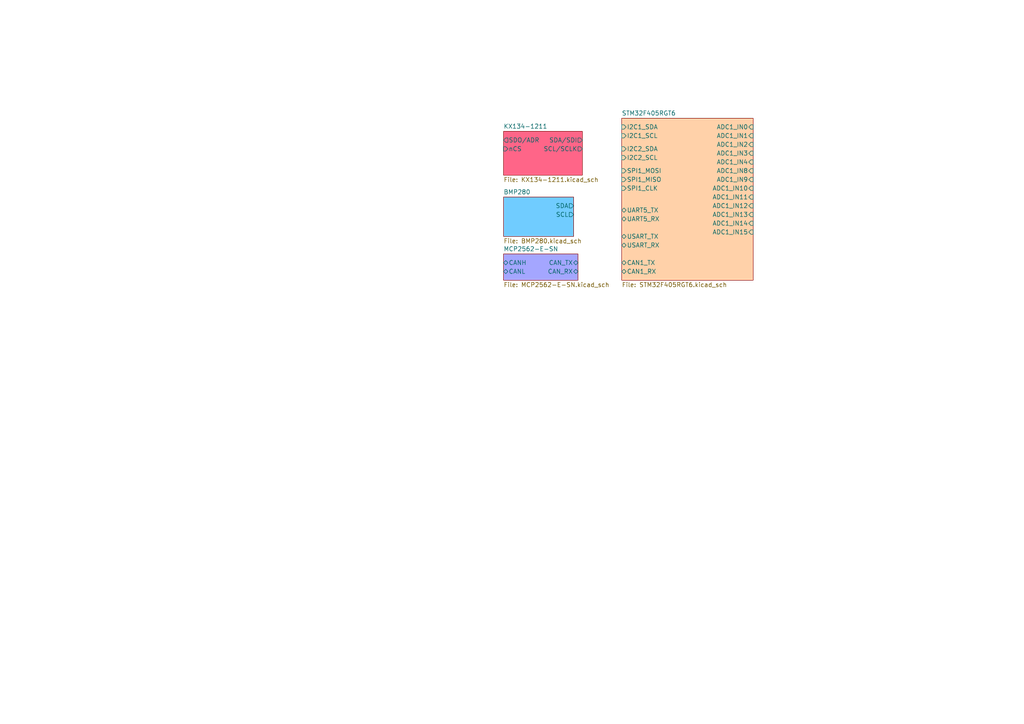
<source format=kicad_sch>
(kicad_sch (version 20230121) (generator eeschema)
  (paper "A4")
  (lib_symbols)
  (sheet (at 146.05 73.66) (size 21.59 7.62) (stroke (width 0.1524)) (fill (color 164 166 255 1.0000))
    (property "Sheetname" "MCP2562-E-SN" (at 146.05 72.9484 0) (effects (justify left bottom)))
    (property "Sheetfile" "MCP2562-E-SN.kicad_sch" (at 146.05 81.8646 0) (effects (justify left top)))
    (pin "CAN_TX" bidirectional (at 167.64 76.2 0))
    (pin "CAN_RX" bidirectional (at 167.64 78.74 0))
    (pin "CANH" bidirectional (at 146.05 76.2 180))
    (pin "CANL" bidirectional (at 146.05 78.74 180))
  )
  (sheet (at 180.34 34.29) (size 38.1 46.99) (stroke (width 0.1524)) (fill (color 255 209 169 1.0000))
    (property "Sheetname" "STM32F405RGT6" (at 180.34 33.5784 0) (effects (justify left bottom)))
    (property "Sheetfile" "STM32F405RGT6.kicad_sch" (at 180.34 81.8646 0) (effects (justify left top)))
    (pin "ADC1_IN15" input (at 218.44 67.31 0))
    (pin "UART5_TX" bidirectional (at 180.34 60.96 180))
    (pin "UART5_RX" bidirectional (at 180.34 63.5 180))
    (pin "ADC1_IN14" input (at 218.44 64.77 0))
    (pin "ADC1_IN11" input (at 218.44 57.15 0))
    (pin "ADC1_IN12" input (at 218.44 59.69 0))
    (pin "ADC1_IN13" input (at 218.44 62.23 0))
    (pin "ADC1_IN10" input (at 218.44 54.61 0))
    (pin "SPI1_CLK" input (at 180.34 54.61 180))
    (pin "USART_RX" bidirectional (at 180.34 71.12 180))
    (pin "CAN1_TX" bidirectional (at 180.34 76.2 180))
    (pin "USART_TX" bidirectional (at 180.34 68.58 180))
    (pin "CAN1_RX" bidirectional (at 180.34 78.74 180))
    (pin "SPI1_MISO" input (at 180.34 52.07 180))
    (pin "ADC1_IN0" input (at 218.44 36.83 0))
    (pin "ADC1_IN8" input (at 218.44 49.53 0))
    (pin "ADC1_IN1" input (at 218.44 39.37 0))
    (pin "ADC1_IN4" input (at 218.44 46.99 0))
    (pin "ADC1_IN2" input (at 218.44 41.91 0))
    (pin "SPI1_MOSI" input (at 180.34 49.53 180))
    (pin "ADC1_IN3" input (at 218.44 44.45 0))
    (pin "I2C2_SCL" input (at 180.34 45.72 180))
    (pin "I2C1_SDA" input (at 180.34 36.83 180))
    (pin "ADC1_IN9" input (at 218.44 52.07 0))
    (pin "I2C1_SCL" input (at 180.34 39.37 180))
    (pin "I2C2_SDA" input (at 180.34 43.18 180))
  )
  (sheet (at 146.05 57.15) (size 20.32 11.43) (stroke (width 0.1524)) (fill (color 112 204 255 1.0000))
    (property "Sheetname" "BMP280" (at 146.05 56.4384 0) (effects (justify left bottom)))
    (property "Sheetfile" "BMP280.kicad_sch" (at 146.05 69.1646 0) (effects (justify left top)))
    (pin "SCL" output (at 166.37 62.23 0))
    (pin "SDA" output (at 166.37 59.69 0))
  )
  (sheet (at 146.05 38.1) (size 22.86 12.7) (stroke (width 0.1524)) (fill (color 255 101 136 1.0000))
    (property "Sheetname" "KX134-1211" (at 146.05 37.3884 0) (effects (justify left bottom)))
    (property "Sheetfile" "KX134-1211.kicad_sch" (at 146.05 51.3846 0) (effects (justify left top)))
    (pin "SDO{slash}ADR" output (at 146.05 40.64 180))
    (pin "SCL{slash}SCLK" output (at 168.91 43.18 0))
    (pin "nCS" input (at 146.05 43.18 180))
    (pin "SDA{slash}SDI" output (at 168.91 40.64 0))
  )
)
</source>
